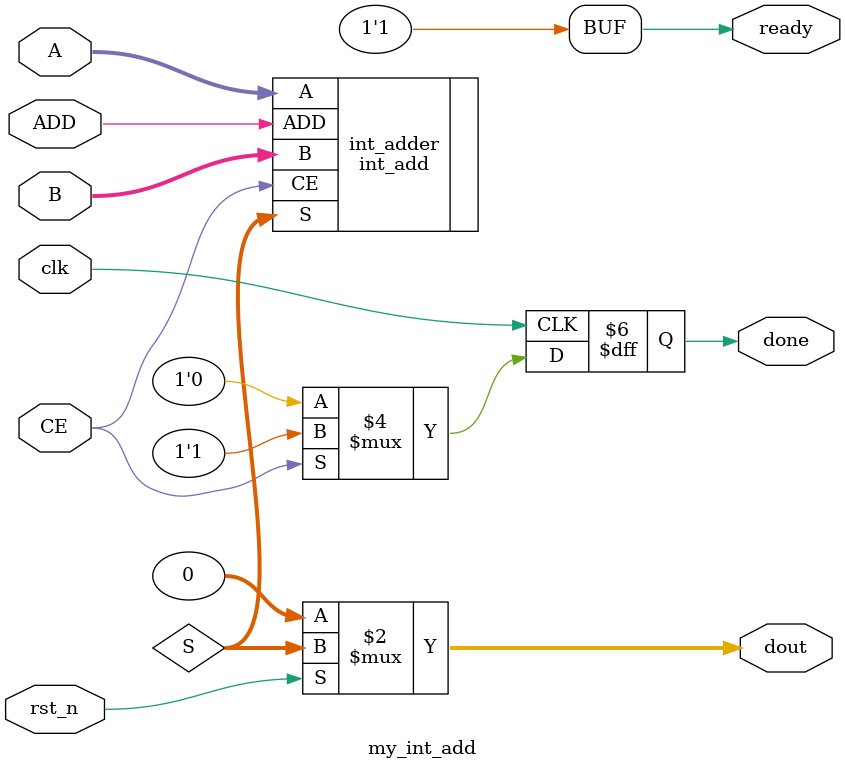
<source format=sv>
module my_int_add(
    input  logic        clk,
    input  logic        rst_n,
    input  logic        ADD,
    input  logic        CE,
    input  logic [31:0] A,
    input  logic [31:0] B,

    output logic        ready,
    output logic [31:0] dout,
    output logic        done   //only high for 1 cycle when finished
);

    logic [31:0] S;
    int_add int_adder (
          .A(A),      // input wire [31 : 0] A
          .B(B),      // input wire [31 : 0] B
          //.CLK(clk),  // input wire CLK
          .ADD(ADD),  // input wire ADD
          .CE(CE),    // input wire CE
          .S(S)      // output wire [31 : 0] S
        );
    
    // works when latency = 0
    always_ff @(posedge clk)
    begin
        if(CE)
            done <= 1'b1;
        else
            done <= 1'b0;
    end
    
    assign dout = (rst_n) ? S:32'h0;
    assign ready = 1; //always ready;
endmodule

</source>
